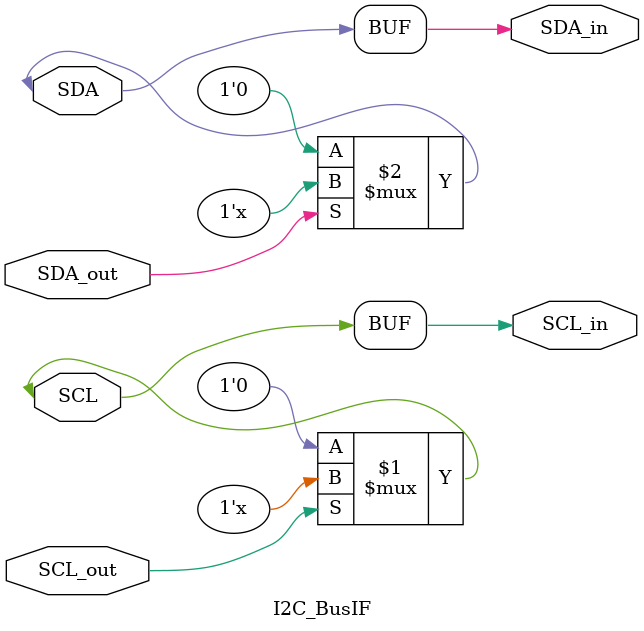
<source format=v>
module I2C_BusIF(
	inout  SCL,	// Serial Clock (bus connection)		
	inout  SDA,	// Serial Data (bus connection)
	input  SCL_out,	// clock output control signal from MainSM
	output SCL_in,	// clock signal from I2C bus
	input  SDA_out,	// data output control signal from MainSM
	output SDA_in	// data signal from I2C bus
);

assign SCL_in = SCL;	// clock input buffer
assign SDA_in = SDA;	// data input buffer

assign SCL = SCL_out ? 1'bz : 1'b0;	// clock open drain output
assign SDA = SDA_out ? 1'bz : 1'b0;	// clock open drain output

endmodule


</source>
